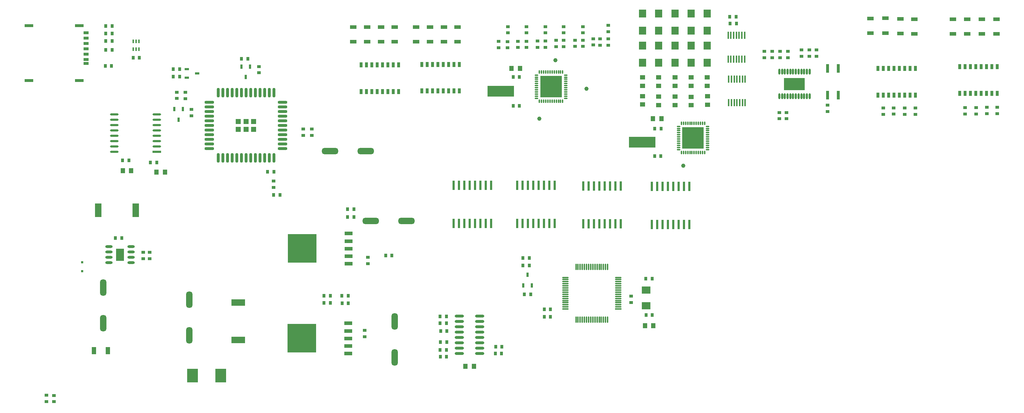
<source format=gtp>
G04*
G04 #@! TF.GenerationSoftware,Altium Limited,Altium Designer,23.10.1 (27)*
G04*
G04 Layer_Color=8421504*
%FSLAX25Y25*%
%MOIN*%
G70*
G04*
G04 #@! TF.SameCoordinates,1ECFB1C0-1579-4D3B-9075-10E0A19D06C0*
G04*
G04*
G04 #@! TF.FilePolarity,Positive*
G04*
G01*
G75*
%ADD21R,0.12598X0.06299*%
%ADD22R,0.03347X0.02756*%
%ADD23R,0.03150X0.04724*%
%ADD24R,0.05906X0.03543*%
%ADD25R,0.25000X0.10000*%
%ADD26C,0.03937*%
%ADD27R,0.01400X0.06600*%
%ADD28R,0.06693X0.07284*%
%ADD29R,0.05118X0.03937*%
%ADD30R,0.03937X0.05118*%
%ADD31R,0.02756X0.03347*%
%ADD32O,0.08661X0.02362*%
%ADD33O,0.06000X0.15748*%
%ADD34R,0.03937X0.07087*%
%ADD35R,0.01968X0.01968*%
%ADD36R,0.03000X0.03500*%
%ADD37O,0.07874X0.01968*%
%ADD38R,0.07874X0.01968*%
%ADD39R,0.09843X0.12992*%
%ADD40R,0.02200X0.09100*%
%ADD41R,0.04842X0.02559*%
%ADD42R,0.08268X0.02756*%
%ADD43R,0.26772X0.26772*%
%ADD44R,0.07284X0.03740*%
%ADD45R,0.07480X0.11811*%
%ADD46O,0.06890X0.02362*%
%ADD47R,0.06299X0.12598*%
%ADD48O,0.15748X0.06000*%
%ADD49O,0.02559X0.09055*%
%ADD50O,0.06299X0.01181*%
%ADD51O,0.01181X0.06299*%
%ADD52R,0.03000X0.08000*%
%ADD53O,0.01102X0.03347*%
%ADD54O,0.03347X0.01102*%
%ADD55R,0.20079X0.20079*%
%ADD56R,0.19685X0.11811*%
%ADD57O,0.01772X0.05709*%
%ADD58R,0.01575X0.03347*%
%ADD59R,0.06299X0.01181*%
%ADD60R,0.07874X0.06693*%
%ADD61R,0.05118X0.05118*%
%ADD62O,0.09055X0.02559*%
%ADD63R,0.02362X0.03937*%
%ADD64R,0.03937X0.02362*%
D21*
X202785Y259839D02*
D03*
Y224800D02*
D03*
D22*
X824800Y441900D02*
D03*
Y435994D02*
D03*
X911200Y442506D02*
D03*
Y436600D02*
D03*
X901300Y442506D02*
D03*
Y436600D02*
D03*
X891400Y442306D02*
D03*
Y436400D02*
D03*
X881200Y442205D02*
D03*
Y436300D02*
D03*
X834700Y441800D02*
D03*
Y435894D02*
D03*
X814400Y442100D02*
D03*
Y436195D02*
D03*
X804600Y441900D02*
D03*
Y435994D02*
D03*
X534095Y500789D02*
D03*
Y506695D02*
D03*
X30700Y173106D02*
D03*
Y167200D02*
D03*
X23585Y173206D02*
D03*
Y167300D02*
D03*
X113985Y306800D02*
D03*
Y300894D02*
D03*
X120100Y301100D02*
D03*
Y307006D02*
D03*
X320800Y233805D02*
D03*
Y227900D02*
D03*
X323600Y302306D02*
D03*
Y296400D02*
D03*
X454351Y518069D02*
D03*
X471851D02*
D03*
X489400D02*
D03*
X506551D02*
D03*
X524251D02*
D03*
X548195Y519284D02*
D03*
X701187Y494900D02*
D03*
X693854D02*
D03*
X742354Y496306D02*
D03*
X735854D02*
D03*
X728354D02*
D03*
X153509Y456605D02*
D03*
Y450699D02*
D03*
X714346Y437706D02*
D03*
Y431800D02*
D03*
X481951Y504569D02*
D03*
Y498663D02*
D03*
X693854Y488995D02*
D03*
X701187D02*
D03*
X708520D02*
D03*
Y494900D02*
D03*
X715854Y488995D02*
D03*
Y494900D02*
D03*
X728354Y490400D02*
D03*
X735854D02*
D03*
X742354D02*
D03*
X752854Y438705D02*
D03*
Y444610D02*
D03*
X707846Y431800D02*
D03*
Y437706D02*
D03*
X569295Y259995D02*
D03*
Y265900D02*
D03*
X235885Y367738D02*
D03*
Y373643D02*
D03*
X263264Y422153D02*
D03*
Y416247D02*
D03*
X271264Y422153D02*
D03*
Y416247D02*
D03*
X159009Y440605D02*
D03*
Y434699D02*
D03*
X145509Y450794D02*
D03*
Y456699D02*
D03*
X222200Y480705D02*
D03*
Y474800D02*
D03*
X471851Y512163D02*
D03*
X471751Y498469D02*
D03*
Y504374D02*
D03*
X463651Y498463D02*
D03*
Y504369D02*
D03*
X489400Y512163D02*
D03*
X489551Y498663D02*
D03*
Y504569D02*
D03*
X524251Y512163D02*
D03*
X524351Y499463D02*
D03*
Y505369D02*
D03*
X517051Y499463D02*
D03*
Y505369D02*
D03*
X506551Y512163D02*
D03*
Y499263D02*
D03*
Y505169D02*
D03*
X499551Y499263D02*
D03*
Y505169D02*
D03*
X454351Y512163D02*
D03*
X445751Y504284D02*
D03*
Y498379D02*
D03*
X454151Y504058D02*
D03*
Y498153D02*
D03*
X548195Y513379D02*
D03*
Y506584D02*
D03*
Y500679D02*
D03*
X540395Y506584D02*
D03*
Y500679D02*
D03*
D23*
X911100Y480503D02*
D03*
X906100D02*
D03*
X901100D02*
D03*
X896100D02*
D03*
X891100D02*
D03*
X886100D02*
D03*
X881100D02*
D03*
X876100D02*
D03*
X911100Y455700D02*
D03*
X906100D02*
D03*
X901100D02*
D03*
X896100D02*
D03*
X891100D02*
D03*
X886100D02*
D03*
X881100D02*
D03*
X876100D02*
D03*
X834600Y478900D02*
D03*
X829600D02*
D03*
X824600D02*
D03*
X819600D02*
D03*
X814600D02*
D03*
X809600D02*
D03*
X804600D02*
D03*
X799600D02*
D03*
X834600Y454097D02*
D03*
X829600D02*
D03*
X824600D02*
D03*
X819600D02*
D03*
X814600D02*
D03*
X809600D02*
D03*
X804600D02*
D03*
X799600D02*
D03*
X352550Y482211D02*
D03*
X347550D02*
D03*
X342550D02*
D03*
X337550D02*
D03*
X332550D02*
D03*
X327550D02*
D03*
X322550D02*
D03*
X317550D02*
D03*
X352550Y457408D02*
D03*
X347550D02*
D03*
X342550D02*
D03*
X337550D02*
D03*
X332550D02*
D03*
X327550D02*
D03*
X322550D02*
D03*
X317550D02*
D03*
X409050Y482711D02*
D03*
X404050D02*
D03*
X399050D02*
D03*
X394050D02*
D03*
X389050D02*
D03*
X384050D02*
D03*
X379050D02*
D03*
X374050D02*
D03*
X409050Y457908D02*
D03*
X404050D02*
D03*
X399050D02*
D03*
X394050D02*
D03*
X389050D02*
D03*
X384050D02*
D03*
X379050D02*
D03*
X374050D02*
D03*
D24*
X910400Y525090D02*
D03*
Y511310D02*
D03*
X896835Y524937D02*
D03*
Y511158D02*
D03*
X883000Y525090D02*
D03*
Y511310D02*
D03*
X869900Y525090D02*
D03*
Y511310D02*
D03*
X833600Y525090D02*
D03*
Y511310D02*
D03*
X820800Y525290D02*
D03*
Y511510D02*
D03*
X806600Y525790D02*
D03*
Y512010D02*
D03*
X792700Y525690D02*
D03*
Y511910D02*
D03*
X348861Y517601D02*
D03*
Y503821D02*
D03*
X407461Y517601D02*
D03*
Y503821D02*
D03*
X394661Y517601D02*
D03*
Y503821D02*
D03*
X381661Y517601D02*
D03*
Y503821D02*
D03*
X368861Y517601D02*
D03*
Y503821D02*
D03*
X336161Y517701D02*
D03*
Y503921D02*
D03*
X323161Y517601D02*
D03*
Y503821D02*
D03*
X310161Y517601D02*
D03*
Y503821D02*
D03*
D25*
X447717Y457463D02*
D03*
X579717Y409963D02*
D03*
D26*
X498900Y486600D02*
D03*
X618217Y387900D02*
D03*
X527685Y459800D02*
D03*
X483890Y432069D02*
D03*
D27*
X675277Y487700D02*
D03*
X672718D02*
D03*
X670159D02*
D03*
X665041D02*
D03*
X662482D02*
D03*
X659923D02*
D03*
X659923Y509900D02*
D03*
X662482D02*
D03*
X665041D02*
D03*
X667600D02*
D03*
X670159D02*
D03*
X672718D02*
D03*
X675277D02*
D03*
X667600Y487700D02*
D03*
X660523Y469100D02*
D03*
X663082D02*
D03*
X665641D02*
D03*
X670759D02*
D03*
X673318D02*
D03*
X675877D02*
D03*
X675877Y446900D02*
D03*
X673318D02*
D03*
X670759D02*
D03*
X668200D02*
D03*
X665641D02*
D03*
X663082D02*
D03*
X660523D02*
D03*
X668200Y469100D02*
D03*
D28*
X580129Y500271D02*
D03*
Y484129D02*
D03*
X640379Y500271D02*
D03*
Y484129D02*
D03*
X625317Y500271D02*
D03*
Y484129D02*
D03*
X610254Y500271D02*
D03*
Y484129D02*
D03*
X595192Y500271D02*
D03*
Y484129D02*
D03*
X580129Y514129D02*
D03*
Y530271D02*
D03*
X595192D02*
D03*
Y514129D02*
D03*
X610254Y530271D02*
D03*
Y514129D02*
D03*
X625317Y530271D02*
D03*
Y514129D02*
D03*
X640379Y530271D02*
D03*
Y514129D02*
D03*
D29*
X595092Y470474D02*
D03*
Y462600D02*
D03*
X580129Y470574D02*
D03*
Y462700D02*
D03*
X610254Y470574D02*
D03*
Y462700D02*
D03*
X625317Y470574D02*
D03*
Y462700D02*
D03*
X640379Y470574D02*
D03*
Y462700D02*
D03*
X640648Y452904D02*
D03*
Y445030D02*
D03*
X625248Y452330D02*
D03*
Y444456D02*
D03*
X610448Y452530D02*
D03*
Y444656D02*
D03*
X595048Y452630D02*
D03*
Y444756D02*
D03*
X579948Y453004D02*
D03*
Y445130D02*
D03*
D30*
X582311Y238400D02*
D03*
X590185D02*
D03*
X126500Y381800D02*
D03*
X134374D02*
D03*
X95000Y383400D02*
D03*
X102874D02*
D03*
X457843Y478900D02*
D03*
X589843Y431900D02*
D03*
X465717Y478900D02*
D03*
X414800Y200400D02*
D03*
X422674D02*
D03*
X597717Y431900D02*
D03*
D31*
X494206Y246700D02*
D03*
X488300D02*
D03*
X442585Y212300D02*
D03*
X448491D02*
D03*
X397085Y240600D02*
D03*
X391180D02*
D03*
X397491Y233200D02*
D03*
X391585D02*
D03*
X397285Y222900D02*
D03*
X391380D02*
D03*
X397091Y215600D02*
D03*
X391185D02*
D03*
X397185Y209300D02*
D03*
X391280D02*
D03*
X396985Y246800D02*
D03*
X391080D02*
D03*
X120694Y391100D02*
D03*
X126600D02*
D03*
X100800Y393000D02*
D03*
X94894D02*
D03*
X88080Y320300D02*
D03*
X93985D02*
D03*
X299580Y259200D02*
D03*
X305485D02*
D03*
X282785Y266300D02*
D03*
X288691D02*
D03*
X299500Y266400D02*
D03*
X305405D02*
D03*
X282885Y259500D02*
D03*
X288791D02*
D03*
X340295Y304100D02*
D03*
X346200D02*
D03*
X310800Y347400D02*
D03*
X304894D02*
D03*
X310800Y339900D02*
D03*
X304894D02*
D03*
X667406Y527200D02*
D03*
X459311Y470900D02*
D03*
Y443900D02*
D03*
X591411Y422642D02*
D03*
X591311Y396900D02*
D03*
X79090Y518700D02*
D03*
X84995D02*
D03*
X78595Y481200D02*
D03*
X84501D02*
D03*
X468451Y294674D02*
D03*
X474357D02*
D03*
X469885Y267700D02*
D03*
X475791D02*
D03*
X488300Y253700D02*
D03*
X494206D02*
D03*
X589200Y248400D02*
D03*
X583294D02*
D03*
X235895Y360643D02*
D03*
X241801D02*
D03*
X235985Y382143D02*
D03*
X230080D02*
D03*
X148106Y471309D02*
D03*
X142201D02*
D03*
X148106Y478309D02*
D03*
X142201D02*
D03*
X211606Y488100D02*
D03*
X205700D02*
D03*
X104595Y489000D02*
D03*
X110500D02*
D03*
X85100Y496300D02*
D03*
X79194D02*
D03*
X84985Y511700D02*
D03*
X79080D02*
D03*
X84985Y504700D02*
D03*
X79080D02*
D03*
X597217Y396900D02*
D03*
X597317Y422642D02*
D03*
X465217Y470900D02*
D03*
Y443900D02*
D03*
X661694Y521100D02*
D03*
X667600D02*
D03*
X661500Y527200D02*
D03*
X583180Y282300D02*
D03*
X589085D02*
D03*
X474405Y301500D02*
D03*
X468500D02*
D03*
D32*
X427983Y212300D02*
D03*
Y217300D02*
D03*
Y222300D02*
D03*
Y227300D02*
D03*
Y232300D02*
D03*
Y237300D02*
D03*
Y242300D02*
D03*
Y247300D02*
D03*
X409085Y212300D02*
D03*
Y217300D02*
D03*
Y222300D02*
D03*
Y227300D02*
D03*
Y232300D02*
D03*
Y237300D02*
D03*
Y242300D02*
D03*
Y247300D02*
D03*
D33*
X76885Y273965D02*
D03*
Y240500D02*
D03*
X157200Y229268D02*
D03*
Y262732D02*
D03*
X348885Y208668D02*
D03*
Y242132D02*
D03*
D34*
X80995Y214900D02*
D03*
X68200D02*
D03*
D35*
X57100Y297668D02*
D03*
Y289400D02*
D03*
D36*
X448735Y218700D02*
D03*
X443235D02*
D03*
D37*
X87230Y400800D02*
D03*
Y405800D02*
D03*
Y410800D02*
D03*
Y415800D02*
D03*
Y420800D02*
D03*
Y425800D02*
D03*
Y430800D02*
D03*
Y435800D02*
D03*
X126600D02*
D03*
Y430800D02*
D03*
Y425800D02*
D03*
Y420800D02*
D03*
Y415800D02*
D03*
Y410800D02*
D03*
Y405800D02*
D03*
D38*
Y400800D02*
D03*
D39*
X160000Y191600D02*
D03*
X186575D02*
D03*
D40*
X438585Y369590D02*
D03*
X428585D02*
D03*
X423585D02*
D03*
X418585D02*
D03*
X413585D02*
D03*
X408585D02*
D03*
X403585Y333990D02*
D03*
X408585D02*
D03*
X413585D02*
D03*
X418585D02*
D03*
X423585D02*
D03*
X428585D02*
D03*
X433585D02*
D03*
X438585D02*
D03*
X433585Y369590D02*
D03*
X403585D02*
D03*
X462985Y369690D02*
D03*
X472985D02*
D03*
X477985D02*
D03*
X482985D02*
D03*
X487985D02*
D03*
X492985D02*
D03*
X497985Y334090D02*
D03*
X492985D02*
D03*
X487985D02*
D03*
X482985D02*
D03*
X477985D02*
D03*
X472985D02*
D03*
X467985D02*
D03*
X462985D02*
D03*
X467985Y369690D02*
D03*
X497985D02*
D03*
X529585Y369090D02*
D03*
X559585D02*
D03*
X623685Y368687D02*
D03*
X593685D02*
D03*
X588685D02*
D03*
X598685D02*
D03*
X603685D02*
D03*
X608685D02*
D03*
X613685D02*
D03*
X618685D02*
D03*
X623685Y333087D02*
D03*
X618685D02*
D03*
X613685D02*
D03*
X608685D02*
D03*
X603685D02*
D03*
X598685D02*
D03*
X593685D02*
D03*
X588685D02*
D03*
X524585Y333490D02*
D03*
X529585D02*
D03*
X534585D02*
D03*
X539585D02*
D03*
X544585D02*
D03*
X549585D02*
D03*
X554585D02*
D03*
X559585D02*
D03*
X554585Y369090D02*
D03*
X549585D02*
D03*
X544585D02*
D03*
X539585D02*
D03*
X534585D02*
D03*
X524585D02*
D03*
D41*
X60902Y483485D02*
D03*
Y487225D02*
D03*
Y512225D02*
D03*
Y507225D02*
D03*
Y502225D02*
D03*
Y497225D02*
D03*
Y492225D02*
D03*
D42*
X54544Y518800D02*
D03*
X7300D02*
D03*
X54544Y467658D02*
D03*
X7300D02*
D03*
D43*
X262145Y226608D02*
D03*
X262400Y310600D02*
D03*
D44*
X305452Y240502D02*
D03*
Y233415D02*
D03*
Y226328D02*
D03*
Y219242D02*
D03*
Y212155D02*
D03*
X305707Y324494D02*
D03*
Y317407D02*
D03*
Y310320D02*
D03*
Y303234D02*
D03*
Y296147D02*
D03*
D45*
X92363Y304633D02*
D03*
D46*
X102599Y297133D02*
D03*
Y302133D02*
D03*
Y307133D02*
D03*
Y312133D02*
D03*
X82127Y297133D02*
D03*
Y302133D02*
D03*
Y307133D02*
D03*
Y312133D02*
D03*
D47*
X72046Y346300D02*
D03*
X107085D02*
D03*
D48*
X326368Y336400D02*
D03*
X359832D02*
D03*
X288268Y401500D02*
D03*
X321732D02*
D03*
D49*
X214316Y456155D02*
D03*
X184001Y395132D02*
D03*
X188331D02*
D03*
X192662D02*
D03*
X196993D02*
D03*
X201324D02*
D03*
X205654D02*
D03*
X209985D02*
D03*
X214316D02*
D03*
X218647D02*
D03*
X222977D02*
D03*
X227308D02*
D03*
X231639D02*
D03*
X235969D02*
D03*
X184001Y456155D02*
D03*
X188331D02*
D03*
X192662D02*
D03*
X196993D02*
D03*
X201324D02*
D03*
X205654D02*
D03*
X209985D02*
D03*
X218647D02*
D03*
X222977D02*
D03*
X227308D02*
D03*
X231639D02*
D03*
X235969D02*
D03*
D50*
X557295Y283428D02*
D03*
X508083D02*
D03*
Y281459D02*
D03*
Y279490D02*
D03*
Y277522D02*
D03*
Y275553D02*
D03*
Y273585D02*
D03*
Y271617D02*
D03*
Y269648D02*
D03*
Y265711D02*
D03*
Y263742D02*
D03*
Y261774D02*
D03*
Y259805D02*
D03*
X557295Y279490D02*
D03*
Y281459D02*
D03*
Y277522D02*
D03*
X508083Y253900D02*
D03*
Y255869D02*
D03*
Y257837D02*
D03*
Y267680D02*
D03*
X557295Y275553D02*
D03*
Y273585D02*
D03*
Y271617D02*
D03*
Y269648D02*
D03*
Y267680D02*
D03*
Y265711D02*
D03*
Y263742D02*
D03*
Y259805D02*
D03*
Y257837D02*
D03*
Y255869D02*
D03*
Y261774D02*
D03*
D51*
X547453Y293270D02*
D03*
X541547D02*
D03*
X533673D02*
D03*
X531705D02*
D03*
X527768D02*
D03*
X525799D02*
D03*
X523831D02*
D03*
X521862D02*
D03*
X519894Y244057D02*
D03*
X521862D02*
D03*
X529736D02*
D03*
X537610D02*
D03*
X539579Y293270D02*
D03*
X537610D02*
D03*
X535642D02*
D03*
X529736D02*
D03*
X523831Y244057D02*
D03*
X533673D02*
D03*
X547453D02*
D03*
X545484D02*
D03*
X543516D02*
D03*
X541547D02*
D03*
X539579D02*
D03*
X535642D02*
D03*
X531705D02*
D03*
X527768D02*
D03*
X525799D02*
D03*
X517925D02*
D03*
Y293270D02*
D03*
X519894D02*
D03*
X543516D02*
D03*
X545484D02*
D03*
D52*
X762854Y478900D02*
D03*
X752854Y478800D02*
D03*
X762854Y453900D02*
D03*
X752854D02*
D03*
D53*
X503575Y448317D02*
D03*
X505543D02*
D03*
X501606D02*
D03*
X497669Y475483D02*
D03*
X487827Y448317D02*
D03*
X485858D02*
D03*
X489795D02*
D03*
X497669D02*
D03*
X499638D02*
D03*
X618358Y400317D02*
D03*
X620327D02*
D03*
X622295D02*
D03*
X630169D02*
D03*
X632138D02*
D03*
X483890Y475483D02*
D03*
X485858D02*
D03*
X487827D02*
D03*
X489795D02*
D03*
X491764D02*
D03*
X493732D02*
D03*
X495701D02*
D03*
X499638D02*
D03*
X501606D02*
D03*
X503575D02*
D03*
X505543D02*
D03*
X495701Y448317D02*
D03*
X493732D02*
D03*
X491764D02*
D03*
X483890D02*
D03*
X616390Y427483D02*
D03*
X618358D02*
D03*
X620327D02*
D03*
X622295D02*
D03*
X624264D02*
D03*
X626232D02*
D03*
X628201D02*
D03*
X630169D02*
D03*
X632138D02*
D03*
X634106D02*
D03*
X636075D02*
D03*
X638043D02*
D03*
Y400317D02*
D03*
X636075D02*
D03*
X634106D02*
D03*
X628201D02*
D03*
X626232D02*
D03*
X624264D02*
D03*
X616390D02*
D03*
D54*
X508299Y451073D02*
D03*
Y455010D02*
D03*
Y453042D02*
D03*
Y464853D02*
D03*
X481134D02*
D03*
Y451073D02*
D03*
X508299Y460916D02*
D03*
Y458947D02*
D03*
X613634Y416853D02*
D03*
X640799D02*
D03*
Y410947D02*
D03*
Y412916D02*
D03*
X613634Y403073D02*
D03*
X508299Y472727D02*
D03*
Y470758D02*
D03*
Y468790D02*
D03*
Y466821D02*
D03*
Y462884D02*
D03*
Y456979D02*
D03*
X481134Y453042D02*
D03*
Y455010D02*
D03*
Y456979D02*
D03*
Y458947D02*
D03*
Y460916D02*
D03*
Y462884D02*
D03*
Y466821D02*
D03*
Y468790D02*
D03*
Y470758D02*
D03*
Y472727D02*
D03*
X640799Y424727D02*
D03*
Y422758D02*
D03*
Y420790D02*
D03*
Y418821D02*
D03*
Y414884D02*
D03*
Y408979D02*
D03*
Y407010D02*
D03*
Y405042D02*
D03*
Y403073D02*
D03*
X613634Y405042D02*
D03*
Y407010D02*
D03*
Y408979D02*
D03*
Y410947D02*
D03*
Y412916D02*
D03*
Y414884D02*
D03*
Y418821D02*
D03*
Y420790D02*
D03*
Y422758D02*
D03*
Y424727D02*
D03*
D55*
X494717Y461900D02*
D03*
X627217Y413900D02*
D03*
D56*
X721854Y464400D02*
D03*
D57*
X735928Y452884D02*
D03*
X733369D02*
D03*
X715456D02*
D03*
X707779D02*
D03*
X718015D02*
D03*
X710338D02*
D03*
X712897D02*
D03*
X720574D02*
D03*
X723133D02*
D03*
X725692D02*
D03*
X728251D02*
D03*
X730810D02*
D03*
X707779Y475916D02*
D03*
X710338D02*
D03*
X712897D02*
D03*
X715456D02*
D03*
X718015D02*
D03*
X720574D02*
D03*
X723133D02*
D03*
X725692D02*
D03*
X728251D02*
D03*
X730810D02*
D03*
X733369D02*
D03*
X735928D02*
D03*
D58*
X104841Y504242D02*
D03*
X107400Y496958D02*
D03*
X104841D02*
D03*
X107400Y504242D02*
D03*
X109959D02*
D03*
Y496958D02*
D03*
D59*
X557295Y253900D02*
D03*
D60*
X583295Y271467D02*
D03*
Y256900D02*
D03*
D61*
X202899Y422100D02*
D03*
X209985D02*
D03*
X217072D02*
D03*
X202899Y429187D02*
D03*
X209985D02*
D03*
X217072D02*
D03*
D62*
X244237Y403990D02*
D03*
Y408321D02*
D03*
Y412651D02*
D03*
Y416982D02*
D03*
Y421313D02*
D03*
Y425643D02*
D03*
Y429974D02*
D03*
Y434305D02*
D03*
Y438635D02*
D03*
Y442966D02*
D03*
Y447297D02*
D03*
X175733Y403990D02*
D03*
Y408321D02*
D03*
Y412651D02*
D03*
Y416982D02*
D03*
Y421313D02*
D03*
Y425643D02*
D03*
Y429974D02*
D03*
Y434305D02*
D03*
Y438635D02*
D03*
Y442966D02*
D03*
Y447297D02*
D03*
D63*
X468848Y276058D02*
D03*
X472785Y285900D02*
D03*
X476722Y276058D02*
D03*
X143035Y440789D02*
D03*
X146972Y430946D02*
D03*
X150909Y440789D02*
D03*
X205885Y480700D02*
D03*
X209822Y470857D02*
D03*
X213759Y480700D02*
D03*
D64*
X154701Y470435D02*
D03*
X164543Y474372D02*
D03*
X154701Y478309D02*
D03*
M02*

</source>
